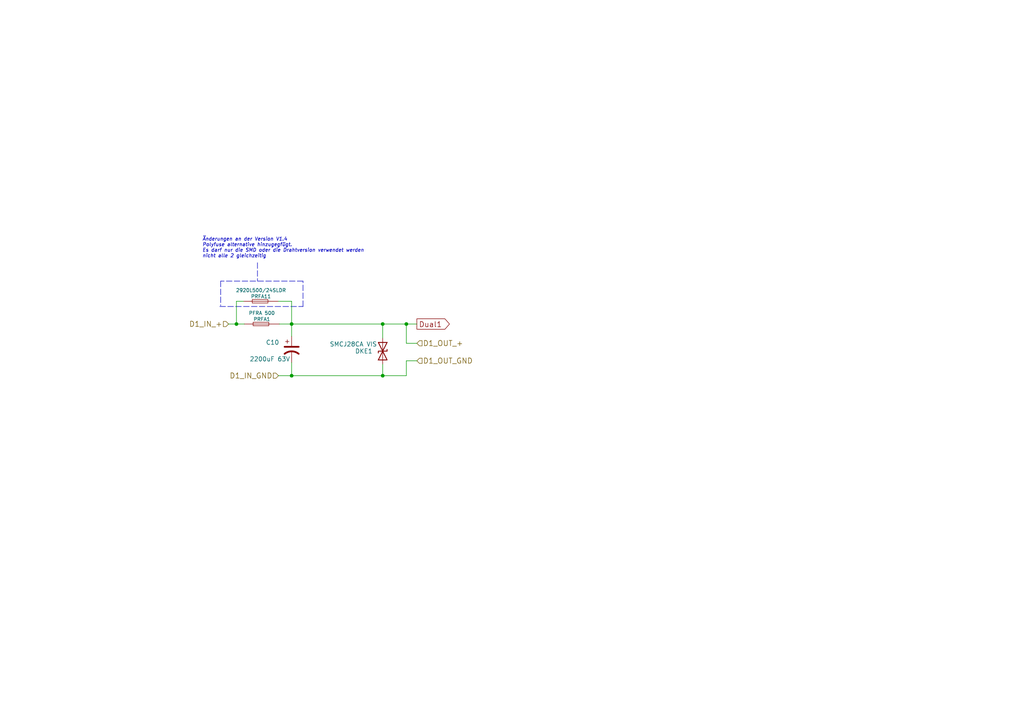
<source format=kicad_sch>
(kicad_sch (version 20210406) (generator eeschema)
  (paper "A4")
  (title_block (title "Ardumower shield SVN Version") (date "2021-01-18") (rev "1.4") (company "ML AG JL BS UZ") (comment 1 "Schaltplan und Layout UweZ"))
  (lib_symbols
    (symbol "Diode:1.5KExxCA" (pin_numbers hide) (pin_names (offset 1.016) hide)
      (property "Reference" "D" (at 0 2.54 0))
      (property "Value" "1.5KExxCA" (at 0 -2.54 0))
      (symbol "1.5KExxCA_0_1"
        (polyline (pts (xy 1.27 0) (xy -1.27 0)))
        (polyline (pts (xy -2.54 -1.27) (xy 0 0) (xy -2.54 1.27) (xy -2.54 -1.27)) (stroke (width 0.254)))
        (polyline (pts (xy 0.508 1.27) (xy 0 1.27) (xy 0 -1.27) (xy -0.508 -1.27)) (stroke (width 0.254)))
        (polyline (pts (xy 2.54 1.27) (xy 2.54 -1.27) (xy 0 0) (xy 2.54 1.27)) (stroke (width 0.254)))
      )
      (symbol "1.5KExxCA_1_1"
        (pin passive line (at -3.81 0 0) (length 2.54) (name "A1") (number "1"))
        (pin passive line (at 3.81 0 180) (length 2.54) (name "A2") (number "2"))
      )
    )
    (symbol "ardumower-mega-shield-svn-rescue:CP1-RESCUE-ardumower_mega_shield_svn" (pin_numbers hide) (pin_names (offset 0.254) hide)
      (property "Reference" "C" (at 0.635 2.54 0))
      (property "Value" "CP1-RESCUE-ardumower_mega_shield_svn" (at 0.635 -2.54 0))
      (symbol "CP1-RESCUE-ardumower_mega_shield_svn_0_1"
        (arc (start -2.032 -1.27) (end 2.032 -1.27) (radius (at 0 -3.81) (length 3.2512) (angles 128.7 51.3)) (stroke (width 0.508)))
        (polyline (pts (xy -2.032 0.762) (xy 2.032 0.762)) (stroke (width 0.508)))
        (polyline (pts (xy -1.778 2.286) (xy -0.762 2.286)))
        (polyline (pts (xy -1.27 1.778) (xy -1.27 2.794)))
      )
      (symbol "CP1-RESCUE-ardumower_mega_shield_svn_1_1"
        (pin passive line (at 0 3.81 270) (length 2.794) (name "~") (number "1"))
        (pin passive line (at 0 -3.81 90) (length 3.302) (name "~") (number "2"))
      )
    )
    (symbol "ardumower-mega-shield-svn-rescue:F_10A-RESCUE-ardumower_mega_shield_svn" (pin_numbers hide) (pin_names (offset 0.254))
      (property "Reference" "EF" (at -4.572 2.032 0))
      (property "Value" "F_10A-RESCUE-ardumower_mega_shield_svn" (at -2.54 -2.032 0))
      (symbol "F_10A-RESCUE-ardumower_mega_shield_svn_0_1"
        (polyline (pts (xy 2.032 0) (xy -2.54 0) (xy -2.54 0) (xy -2.54 0)))
        (polyline (pts (xy -2.54 0.508) (xy -2.54 -0.508) (xy 2.032 -0.508) (xy 2.032 0.508) (xy -2.54 0.508) (xy -2.54 0.508)))
      )
      (symbol "F_10A-RESCUE-ardumower_mega_shield_svn_1_1"
        (pin power_in line (at 5.08 0 180) (length 3.048) (name "~") (number "1"))
        (pin power_out line (at -5.08 0 0) (length 2.54) (name "~") (number "2"))
      )
    )
  )
  (junction (at 68.58 93.98) (diameter 0.9144))
  (junction (at 84.582 93.98) (diameter 0.9144))
  (junction (at 84.582 108.966) (diameter 0.9144))
  (junction (at 110.998 93.98) (diameter 0.9144))
  (junction (at 110.998 108.966) (diameter 0.9144))
  (junction (at 117.856 93.98) (diameter 0.9144))
  (wire (pts (xy 66.294 93.98) (xy 68.58 93.98)))
  (wire (pts (xy 68.58 87.376) (xy 68.58 93.98)))
  (wire (pts (xy 68.58 93.98) (xy 70.866 93.98)))
  (wire (pts (xy 70.612 87.376) (xy 68.58 87.376)))
  (wire (pts (xy 80.772 87.376) (xy 84.582 87.376)))
  (wire (pts (xy 80.772 108.966) (xy 84.582 108.966)))
  (wire (pts (xy 81.026 93.98) (xy 84.582 93.98)))
  (wire (pts (xy 84.582 87.376) (xy 84.582 93.98)))
  (wire (pts (xy 84.582 93.98) (xy 110.998 93.98)))
  (wire (pts (xy 84.582 97.536) (xy 84.582 93.98)))
  (wire (pts (xy 84.582 105.156) (xy 84.582 108.966)))
  (wire (pts (xy 84.582 108.966) (xy 110.998 108.966)))
  (wire (pts (xy 110.998 93.98) (xy 110.998 98.044)))
  (wire (pts (xy 110.998 93.98) (xy 117.856 93.98)))
  (wire (pts (xy 110.998 105.664) (xy 110.998 108.966)))
  (wire (pts (xy 110.998 108.966) (xy 117.856 108.966)))
  (wire (pts (xy 117.856 93.98) (xy 120.904 93.98)))
  (wire (pts (xy 117.856 99.568) (xy 117.856 93.98)))
  (wire (pts (xy 117.856 104.648) (xy 117.856 108.966)))
  (wire (pts (xy 120.904 99.568) (xy 117.856 99.568)))
  (wire (pts (xy 120.904 104.648) (xy 117.856 104.648)))
  (polyline (pts (xy 63.754 88.9) (xy 87.884 88.9)) (stroke (width 0) (type dash)))
  (polyline (pts (xy 64.008 81.534) (xy 64.008 88.646)) (stroke (width 0) (type dash)))
  (polyline (pts (xy 74.676 76.2) (xy 74.676 81.534)) (stroke (width 0) (type dash)))
  (polyline (pts (xy 87.884 81.534) (xy 64.008 81.534)) (stroke (width 0) (type dash)))
  (polyline (pts (xy 87.884 88.9) (xy 87.884 81.534)) (stroke (width 0) (type dash)))
  (text "Änderungen an der Version V1.4\nPolyfuse alternative hinzugegfügt.\nEs darf nur die SMD oder die Drahtversion verwendet werden\nnicht alle 2 gleichzeitig" (at 58.674 74.93 0) (effects (font (size 1 1) italic) (justify left bottom)))
  (text "Bernd, 14:34\nHi, habe gestern die Fragen zur Diode nicht gesehen, hier mein Feedback.\nDie 28V Diode fängt bei ca 31V an durchzuschalten. Von daher passt das da wir nicht über 30 V kommen.\nÜblicherweise soll die etwas Luft haben und nicht zu nahe an der Versorgungsspannung liegen,\nvon daher sind die üblicherweise um die 10% über der Versorgungsspannung. \nFür den Überspannungsschutz ist das egal ob die 200V Spikes dann auf 31 oder 33 V angebaut werden. \nWichtig ist dass diese may. Spannung unter der max. Spannung der zu schützenden Elektronik ist. \nVon daher hätte ich die 30V genutzt, aber die 28V tuns auch.\n" (at 88.646 -19.558 0) (effects (font (size 1 1)) (justify left bottom)))
  (global_label "Dual1" (shape output) (at 120.904 93.98 0) (effects (font (size 1.524 1.524))) (property "Intersheet References" "${INTERSHEET_REFS}" (effects hide)))
  (hierarchical_label "D1_IN_+" (shape input) (at 66.294 93.98 180) (effects (font (size 1.524 1.524))))
  (hierarchical_label "D1_IN_GND" (shape input) (at 80.772 108.966 180) (effects (font (size 1.524 1.524))))
  (hierarchical_label "D1_OUT_+" (shape input) (at 120.904 99.568 0) (effects (font (size 1.524 1.524))))
  (hierarchical_label "D1_OUT_GND" (shape input) (at 120.904 104.648 0) (effects (font (size 1.524 1.524))))
  (symbol (lib_id "ardumower-mega-shield-svn-rescue:F_10A-RESCUE-ardumower_mega_shield_svn") (at 75.692 87.376 0) (mirror x) (unit 1)
    (property "Reference" "PRFA11" (at 75.692 85.979 0) (effects (font (size 1.016 1.016))))
    (property "Value" "2920L500/24SLDR " (at 75.692 84.201 0) (effects (font (size 1.016 1.016))))
    (property "Footprint" "Fuse:Fuse_2920_7451Metric_Pad2.10x5.45mm_HandSolder" (effects hide))
    (property "Bestelllink" "https://www.mouser.de/ProductDetail/Littelfuse/2920L500-24SLDR/?qs=%2Fha2pyFadujrPVORV2ny8ShSp9F2IGH04BA1WKQYQ6Q%3D" (effects hide))
    (property "Bestellnummer" "R: PFRA 500" (effects hide))
    (property "Funktion" "PPTC PTC 24V POLYFUSE SMD 2920 SL 5.00A " (effects hide))
    (property "Reichelt-Bestellnummer" "R: PFRA 500" (effects hide))
    (property "Technische Daten" "PPTC PTC 24V POLYFUSE SMD 2920 SL 5.00A " (effects hide))
    (property "Gehäuseart" "2920" (effects hide))
  )
  (symbol (lib_id "ardumower-mega-shield-svn-rescue:F_10A-RESCUE-ardumower_mega_shield_svn") (at 75.946 93.98 0) (mirror x) (unit 1)
    (property "Reference" "PRFA1" (at 75.946 92.583 0) (effects (font (size 1.016 1.016))))
    (property "Value" "PFRA 500" (at 75.946 90.805 0) (effects (font (size 1.016 1.016))))
    (property "Footprint" "Zimprich:PRFA_500" (effects hide))
    (property "Datasheet" "https://cdn-reichelt.de/documents/datenblatt/C400/DS_PTC_30.pdf" (effects hide))
    (property "Bestelllink" "https://www.reichelt.de/de/en/resettable-fuses-max-40-a-30-v-14-5-s-pfra-500-p35215.html?GROUP=C48&GROUPID=7658&START=0&SORT=-rank&OFFSET=16&&r=1" (effects hide))
    (property "Bestellnummer" "R: PFRA 500" (effects hide))
    (property "Funktion" "PFRA 500 Resettable fuses, max. 40 A, 30 V, 14.5 s" (effects hide))
    (property "Reichelt-Bestellnummer" "R: PFRA 500" (effects hide))
    (property "Technische Daten" "PFRA 500 Resettable fuses, max. 40 A, 30 V, 14.5 s" (effects hide))
    (property "Bestücken (Assemble)" "NEIN (NO)" (effects hide))
  )
  (symbol (lib_id "Diode:1.5KExxCA") (at 110.998 101.854 90) (mirror x) (unit 1)
    (property "Reference" "DKE1" (at 105.518 101.854 90))
    (property "Value" "SMCJ28CA VIS" (at 102.482 99.822 90))
    (property "Footprint" "Diode_SMD:D_SMC" (effects hide))
    (property "Datasheet" "https://www.vishay.com/docs/88301/15ke.pdf" (effects hide))
    (property "Bestelllink" "https://www.reichelt.de/tvs-diode-bidirektional-28-v-1500-w-do-214ab-smc-smcj28ca-vis-p290948.html?&trstct=pos_0&nbc=1" (effects hide))
    (property "Bestellnummer" "R: SMCJ28CA VIS" (effects hide))
    (property "Bestücken (Assemble)" "JA (YES)" (effects hide))
    (property "Datasheet" "https://cdn-reichelt.de/documents/datenblatt/A400/SMCJ.pdf" (effects hide))
    (property "Funktion" "SMCJ28CA VIS TVS-Diode, bidirektional, 28 V, 1500 W, DO-214AB/SMC" (effects hide))
    (property "Gehäuseart" "DO-214AB/SMC" (effects hide))
    (property "Hersteller" "Value" (effects hide))
    (property "Hersteller Bestellnummer" "Value" (effects hide))
    (property "Reference" "DKE999" (effects hide))
    (property "Technische Daten" "SMCJ28CA VIS TVS-Diode, bidirektional, 28 V, 1500 W, DO-214AB/SMC" (effects hide))
    (property "Value" "SMCJ28CA VIS" (effects hide))
    (property "JLCPCB LCSC Part" "C10245" (effects hide))
  )
  (symbol (lib_id "ardumower-mega-shield-svn-rescue:CP1-RESCUE-ardumower_mega_shield_svn") (at 84.582 101.346 0) (unit 1)
    (property "Reference" "C10" (at 77.089 99.314 0) (effects (justify left)))
    (property "Value" "2200uF 63V" (at 72.39 104.14 0) (effects (justify left)))
    (property "Footprint" "Capacitors_ThroughHole:C_Radial_D18_L36_P7.5" (effects hide))
    (property "Bestellnummer" "Value" (effects hide))
    (property "Bestücken (Assemble)" "NEIN (NO)" (effects hide))
  )
)
</source>
